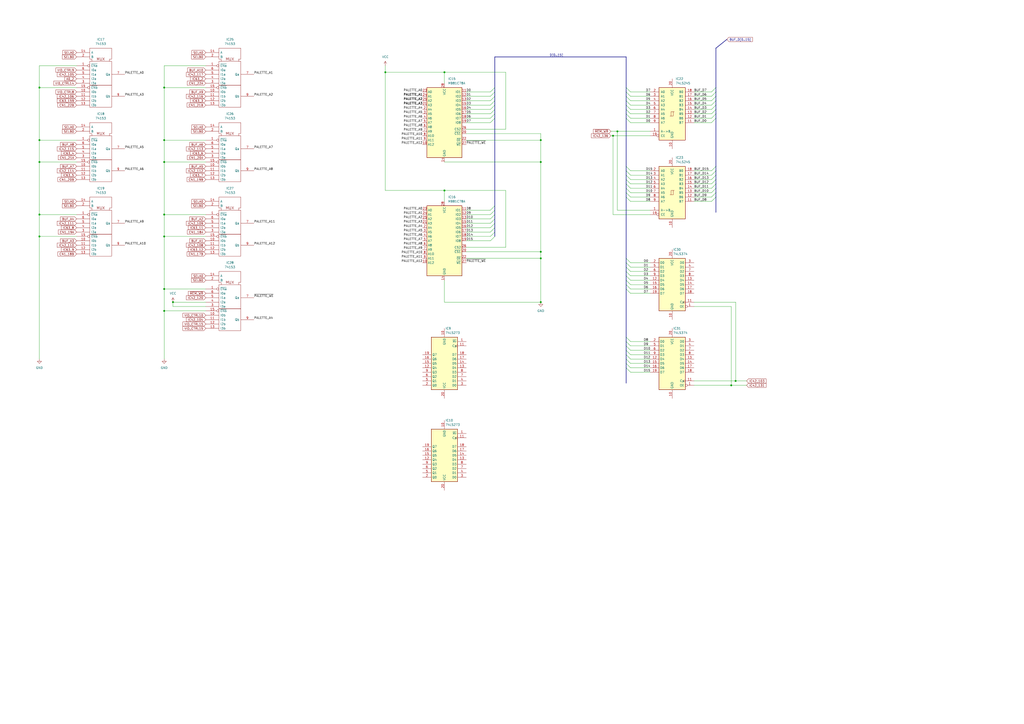
<source format=kicad_sch>
(kicad_sch (version 20211123) (generator eeschema)
  (paper "A2")
  (lib_symbols
    (symbol "74xx:74LS245" (pin_names (offset 1.016))
      (property "Reference" "U" (at -7.62 16.51 0))
      (property "Value" "74LS245" (at -7.62 -16.51 0))
      (symbol "74LS245_1_0"
        (polyline (pts (xy -0.635 -1.27) (xy -0.635 1.27) (xy 0.635 1.27)))
        (polyline (pts (xy -1.27 -1.27) (xy 0.635 -1.27) (xy 0.635 1.27) (xy 1.27 1.27)))
        (pin input line (at -12.7 -10.16 0) (length 5.08) (name "A->B") (number "1"))
        (pin power_in line (at 0 -20.32 90) (length 5.08) (name "GND") (number "10"))
        (pin tri_state line (at 12.7 -5.08 180) (length 5.08) (name "B7") (number "11"))
        (pin tri_state line (at 12.7 -2.54 180) (length 5.08) (name "B6") (number "12"))
        (pin tri_state line (at 12.7 0 180) (length 5.08) (name "B5") (number "13"))
        (pin tri_state line (at 12.7 2.54 180) (length 5.08) (name "B4") (number "14"))
        (pin tri_state line (at 12.7 5.08 180) (length 5.08) (name "B3") (number "15"))
        (pin tri_state line (at 12.7 7.62 180) (length 5.08) (name "B2") (number "16"))
        (pin tri_state line (at 12.7 10.16 180) (length 5.08) (name "B1") (number "17"))
        (pin tri_state line (at 12.7 12.7 180) (length 5.08) (name "B0") (number "18"))
        (pin input inverted (at -12.7 -12.7 0) (length 5.08) (name "CE") (number "19"))
        (pin tri_state line (at -12.7 12.7 0) (length 5.08) (name "A0") (number "2"))
        (pin power_in line (at 0 20.32 270) (length 5.08) (name "VCC") (number "20"))
        (pin tri_state line (at -12.7 10.16 0) (length 5.08) (name "A1") (number "3"))
        (pin tri_state line (at -12.7 7.62 0) (length 5.08) (name "A2") (number "4"))
        (pin tri_state line (at -12.7 5.08 0) (length 5.08) (name "A3") (number "5"))
        (pin tri_state line (at -12.7 2.54 0) (length 5.08) (name "A4") (number "6"))
        (pin tri_state line (at -12.7 0 0) (length 5.08) (name "A5") (number "7"))
        (pin tri_state line (at -12.7 -2.54 0) (length 5.08) (name "A6") (number "8"))
        (pin tri_state line (at -12.7 -5.08 0) (length 5.08) (name "A7") (number "9"))
      )
      (symbol "74LS245_1_1"
        (rectangle (start -7.62 15.24) (end 7.62 -15.24) (stroke (width 0.254)) (fill (type background)))
      )
    )
    (symbol "74xx:74LS273"
      (property "Reference" "U" (at -7.62 16.51 0))
      (property "Value" "74LS273" (at -7.62 -16.51 0))
      (symbol "74LS273_1_0"
        (pin input line (at -12.7 -12.7 0) (length 5.08) (name "~{Mr}") (number "1"))
        (pin power_in line (at 0 -20.32 90) (length 5.08) (name "GND") (number "10"))
        (pin input clock (at -12.7 -10.16 0) (length 5.08) (name "Cp") (number "11"))
        (pin output line (at 12.7 2.54 180) (length 5.08) (name "Q4") (number "12"))
        (pin input line (at -12.7 2.54 0) (length 5.08) (name "D4") (number "13"))
        (pin input line (at -12.7 0 0) (length 5.08) (name "D5") (number "14"))
        (pin output line (at 12.7 0 180) (length 5.08) (name "Q5") (number "15"))
        (pin output line (at 12.7 -2.54 180) (length 5.08) (name "Q6") (number "16"))
        (pin input line (at -12.7 -2.54 0) (length 5.08) (name "D6") (number "17"))
        (pin input line (at -12.7 -5.08 0) (length 5.08) (name "D7") (number "18"))
        (pin output line (at 12.7 -5.08 180) (length 5.08) (name "Q7") (number "19"))
        (pin output line (at 12.7 12.7 180) (length 5.08) (name "Q0") (number "2"))
        (pin power_in line (at 0 20.32 270) (length 5.08) (name "VCC") (number "20"))
        (pin input line (at -12.7 12.7 0) (length 5.08) (name "D0") (number "3"))
        (pin input line (at -12.7 10.16 0) (length 5.08) (name "D1") (number "4"))
        (pin output line (at 12.7 10.16 180) (length 5.08) (name "Q1") (number "5"))
        (pin output line (at 12.7 7.62 180) (length 5.08) (name "Q2") (number "6"))
        (pin input line (at -12.7 7.62 0) (length 5.08) (name "D2") (number "7"))
        (pin input line (at -12.7 5.08 0) (length 5.08) (name "D3") (number "8"))
        (pin output line (at 12.7 5.08 180) (length 5.08) (name "Q3") (number "9"))
      )
      (symbol "74LS273_1_1"
        (rectangle (start -7.62 15.24) (end 7.62 -15.24) (stroke (width 0.254)) (fill (type background)))
      )
    )
    (symbol "74xx:74LS374"
      (property "Reference" "U" (at -7.62 16.51 0))
      (property "Value" "74LS374" (at -7.62 -16.51 0))
      (symbol "74LS374_1_0"
        (pin input inverted (at -12.7 -12.7 0) (length 5.08) (name "OE") (number "1"))
        (pin power_in line (at 0 -20.32 90) (length 5.08) (name "GND") (number "10"))
        (pin input clock (at -12.7 -10.16 0) (length 5.08) (name "Cp") (number "11"))
        (pin tri_state line (at 12.7 2.54 180) (length 5.08) (name "O4") (number "12"))
        (pin input line (at -12.7 2.54 0) (length 5.08) (name "D4") (number "13"))
        (pin input line (at -12.7 0 0) (length 5.08) (name "D5") (number "14"))
        (pin tri_state line (at 12.7 0 180) (length 5.08) (name "O5") (number "15"))
        (pin tri_state line (at 12.7 -2.54 180) (length 5.08) (name "O6") (number "16"))
        (pin input line (at -12.7 -2.54 0) (length 5.08) (name "D6") (number "17"))
        (pin input line (at -12.7 -5.08 0) (length 5.08) (name "D7") (number "18"))
        (pin tri_state line (at 12.7 -5.08 180) (length 5.08) (name "O7") (number "19"))
        (pin tri_state line (at 12.7 12.7 180) (length 5.08) (name "O0") (number "2"))
        (pin power_in line (at 0 20.32 270) (length 5.08) (name "VCC") (number "20"))
        (pin input line (at -12.7 12.7 0) (length 5.08) (name "D0") (number "3"))
        (pin input line (at -12.7 10.16 0) (length 5.08) (name "D1") (number "4"))
        (pin tri_state line (at 12.7 10.16 180) (length 5.08) (name "O1") (number "5"))
        (pin tri_state line (at 12.7 7.62 180) (length 5.08) (name "O2") (number "6"))
        (pin input line (at -12.7 7.62 0) (length 5.08) (name "D2") (number "7"))
        (pin input line (at -12.7 5.08 0) (length 5.08) (name "D3") (number "8"))
        (pin tri_state line (at 12.7 5.08 180) (length 5.08) (name "O3") (number "9"))
      )
      (symbol "74LS374_1_1"
        (rectangle (start -7.62 15.24) (end 7.62 -15.24) (stroke (width 0.254)) (fill (type background)))
      )
    )
    (symbol "74xx_IEEE:74153" (pin_names (offset 0.762))
      (property "Reference" "U" (at 7.62 20.32 0))
      (property "Value" "74153" (at 3.81 -16.51 0))
      (symbol "74153_0_0"
        (rectangle (start -6.35 -2.54) (end 6.35 -15.24))
        (rectangle (start -6.35 11.43) (end 6.35 -2.54))
        (polyline (pts (xy -5.08 11.43) (xy -5.08 12.7) (xy -6.35 12.7) (xy -6.35 19.05) (xy 6.35 19.05) (xy 6.35 12.7) (xy 5.08 12.7) (xy 5.08 11.43) (xy 5.08 11.43)))
        (text "MUX" (at 0 12.7 0) (effects (font (size 1.524 1.524))))
        (pin power_in line (at 5.08 19.05 270) (length 0) hide (name "VCC") (number "16"))
        (pin power_in line (at 0 19.05 270) (length 0) hide (name "GND") (number "8"))
      )
      (symbol "74153_1_1"
        (pin input inverted (at -13.97 8.89 0) (length 7.62) (name "~{ENa}") (number "1"))
        (pin input line (at -13.97 -6.35 0) (length 7.62) (name "I0b") (number "10"))
        (pin input line (at -13.97 -8.89 0) (length 7.62) (name "I1b") (number "11"))
        (pin input line (at -13.97 -11.43 0) (length 7.62) (name "I2b") (number "12"))
        (pin input line (at -13.97 -13.97 0) (length 7.62) (name "I3b") (number "13"))
        (pin input line (at -13.97 16.51 0) (length 7.62) (name "A") (number "14"))
        (pin input inverted (at -13.97 -3.81 0) (length 7.62) (name "~{ENb}") (number "15"))
        (pin input line (at -13.97 13.97 0) (length 7.62) (name "B") (number "2"))
        (pin input line (at -13.97 -1.27 0) (length 7.62) (name "I3a") (number "3"))
        (pin input line (at -13.97 1.27 0) (length 7.62) (name "I2a") (number "4"))
        (pin input line (at -13.97 3.81 0) (length 7.62) (name "I1a") (number "5"))
        (pin input line (at -13.97 6.35 0) (length 7.62) (name "I0a") (number "6"))
        (pin output line (at 13.97 3.81 180) (length 7.62) (name "Qa") (number "7"))
        (pin output line (at 13.97 -8.89 180) (length 7.62) (name "Qb") (number "9"))
      )
    )
    (symbol "Irem:MB81C78A"
      (property "Reference" "U" (at -10.16 20.955 0))
      (property "Value" "MB81C78A" (at 8.89 21.59 0))
      (symbol "MB81C78A_0_0"
        (pin power_in line (at 0 -22.86 90) (length 2.54) (name "GND") (number "14"))
        (pin power_in line (at 0 22.86 270) (length 2.54) (name "VCC") (number "28"))
      )
      (symbol "MB81C78A_0_1"
        (rectangle (start -10.16 20.32) (end 10.16 -20.32) (stroke (width 0.254)) (fill (type background)))
      )
      (symbol "MB81C78A_1_1"
        (pin no_connect line (at -12.7 -17.78 0) (length 2.54) hide (name "NC") (number "1"))
        (pin input line (at -12.7 -12.7 0) (length 2.54) (name "A12") (number "10"))
        (pin tri_state line (at 12.7 17.78 180) (length 2.54) (name "IO1") (number "11"))
        (pin tri_state line (at 12.7 15.24 180) (length 2.54) (name "IO2") (number "12"))
        (pin tri_state line (at 12.7 12.7 180) (length 2.54) (name "IO3") (number "13"))
        (pin tri_state line (at 12.7 10.16 180) (length 2.54) (name "IO4") (number "15"))
        (pin tri_state line (at 12.7 7.62 180) (length 2.54) (name "IO5") (number "16"))
        (pin tri_state line (at 12.7 5.08 180) (length 2.54) (name "IO6") (number "17"))
        (pin tri_state line (at 12.7 2.54 180) (length 2.54) (name "IO7") (number "18"))
        (pin tri_state line (at 12.7 0 180) (length 2.54) (name "IO8") (number "19"))
        (pin input line (at -12.7 7.62 0) (length 2.54) (name "A4") (number "2"))
        (pin input line (at 12.7 -6.35 180) (length 2.54) (name "~{CS1}") (number "20"))
        (pin input line (at -12.7 10.16 0) (length 2.54) (name "A3") (number "21"))
        (pin input line (at 12.7 -10.16 180) (length 2.54) (name "~{OE}") (number "22"))
        (pin input line (at -12.7 17.78 0) (length 2.54) (name "A0") (number "23"))
        (pin input line (at -12.7 15.24 0) (length 2.54) (name "A1") (number "24"))
        (pin input line (at -12.7 12.7 0) (length 2.54) (name "A2") (number "25"))
        (pin input line (at 12.7 -3.81 180) (length 2.54) (name "CS2") (number "26"))
        (pin input line (at 12.7 -12.7 180) (length 2.54) (name "~{WE}") (number "27"))
        (pin input line (at -12.7 5.08 0) (length 2.54) (name "A5") (number "3"))
        (pin input line (at -12.7 2.54 0) (length 2.54) (name "A6") (number "4"))
        (pin input line (at -12.7 0 0) (length 2.54) (name "A7") (number "5"))
        (pin input line (at -12.7 -2.54 0) (length 2.54) (name "A8") (number "6"))
        (pin input line (at -12.7 -5.08 0) (length 2.54) (name "A9") (number "7"))
        (pin input line (at -12.7 -7.62 0) (length 2.54) (name "A10") (number "8"))
        (pin input line (at -12.7 -10.16 0) (length 2.54) (name "A11") (number "9"))
      )
    )
    (symbol "power:GND" (power) (pin_names (offset 0))
      (property "Value" "GND" (at 0 -3.81 0))
      (symbol "GND_0_1"
        (polyline (pts (xy 0 0) (xy 0 -1.27) (xy 1.27 -1.27) (xy 0 -2.54) (xy -1.27 -1.27) (xy 0 -1.27)))
      )
      (symbol "GND_1_1"
        (pin power_in line (at 0 0 270) (length 0) hide (name "GND") (number "1"))
      )
    )
    (symbol "power:VCC" (power) (pin_names (offset 0))
      (property "Value" "VCC" (at 0 3.81 0))
      (symbol "VCC_0_1"
        (polyline (pts (xy -0.762 1.27) (xy 0 2.54)))
        (polyline (pts (xy 0 0) (xy 0 2.54)))
        (polyline (pts (xy 0 2.54) (xy 0.762 1.27)))
      )
      (symbol "VCC_1_1"
        (pin power_in line (at 0 0 90) (length 0) hide (name "VCC") (number "1"))
      )
    )
  )
  (junction (at 95.25 167.64))
  (junction (at 95.25 137.16))
  (junction (at 95.25 81.28))
  (junction (at 223.52 41.91))
  (junction (at 95.25 124.46))
  (junction (at 313.69 149.86))
  (junction (at 257.81 41.91))
  (junction (at 95.25 50.8))
  (junction (at 22.86 81.28))
  (junction (at 355.6 78.74))
  (junction (at 95.25 180.34))
  (junction (at 313.69 175.26))
  (junction (at 22.86 50.8))
  (junction (at 100.33 175.26))
  (junction (at 257.81 110.49))
  (junction (at 426.72 220.98))
  (junction (at 313.69 146.05))
  (junction (at 313.69 81.28))
  (junction (at 22.86 137.16))
  (junction (at 22.86 124.46))
  (junction (at 22.86 93.98))
  (junction (at 358.14 76.2))
  (junction (at 95.25 93.98))
  (junction (at 313.69 93.98))
  (junction (at 424.18 223.52))
  (bus_entry (at 415.29 111.76) (size -2.54 2.54))
  (bus_entry (at 287.02 68.58) (size -2.54 2.54))
  (bus_entry (at 363.22 99.06) (size 2.54 2.54))
  (bus_entry (at 363.22 53.34) (size 2.54 2.54))
  (bus_entry (at 415.29 55.88) (size -2.54 2.54))
  (bus_entry (at 363.22 55.88) (size 2.54 2.54))
  (bus_entry (at 363.22 154.94) (size 2.54 2.54))
  (bus_entry (at 363.22 162.56) (size 2.54 2.54))
  (bus_entry (at 363.22 203.2) (size 2.54 2.54))
  (bus_entry (at 363.22 210.82) (size 2.54 2.54))
  (bus_entry (at 287.02 55.88) (size -2.54 2.54))
  (bus_entry (at 363.22 160.02) (size 2.54 2.54))
  (bus_entry (at 363.22 198.12) (size 2.54 2.54))
  (bus_entry (at 415.29 99.06) (size -2.54 2.54))
  (bus_entry (at 363.22 149.86) (size 2.54 2.54))
  (bus_entry (at 287.02 66.04) (size -2.54 2.54))
  (bus_entry (at 415.29 104.14) (size -2.54 2.54))
  (bus_entry (at 363.22 200.66) (size 2.54 2.54))
  (bus_entry (at 415.29 60.96) (size -2.54 2.54))
  (bus_entry (at 363.22 165.1) (size 2.54 2.54))
  (bus_entry (at 287.02 124.46) (size -2.54 2.54))
  (bus_entry (at 287.02 50.8) (size -2.54 2.54))
  (bus_entry (at 287.02 63.5) (size -2.54 2.54))
  (bus_entry (at 363.22 152.4) (size 2.54 2.54))
  (bus_entry (at 415.29 106.68) (size -2.54 2.54))
  (bus_entry (at 287.02 127) (size -2.54 2.54))
  (bus_entry (at 363.22 157.48) (size 2.54 2.54))
  (bus_entry (at 415.29 53.34) (size -2.54 2.54))
  (bus_entry (at 363.22 104.14) (size 2.54 2.54))
  (bus_entry (at 287.02 132.08) (size -2.54 2.54))
  (bus_entry (at 415.29 101.6) (size -2.54 2.54))
  (bus_entry (at 363.22 58.42) (size 2.54 2.54))
  (bus_entry (at 415.29 66.04) (size -2.54 2.54))
  (bus_entry (at 287.02 121.92) (size -2.54 2.54))
  (bus_entry (at 363.22 60.96) (size 2.54 2.54))
  (bus_entry (at 415.29 109.22) (size -2.54 2.54))
  (bus_entry (at 363.22 109.22) (size 2.54 2.54))
  (bus_entry (at 287.02 129.54) (size -2.54 2.54))
  (bus_entry (at 287.02 60.96) (size -2.54 2.54))
  (bus_entry (at 363.22 114.3) (size 2.54 2.54))
  (bus_entry (at 415.29 50.8) (size -2.54 2.54))
  (bus_entry (at 363.22 106.68) (size 2.54 2.54))
  (bus_entry (at 415.29 58.42) (size -2.54 2.54))
  (bus_entry (at 415.29 96.52) (size -2.54 2.54))
  (bus_entry (at 287.02 58.42) (size -2.54 2.54))
  (bus_entry (at 415.29 68.58) (size -2.54 2.54))
  (bus_entry (at 363.22 66.04) (size 2.54 2.54))
  (bus_entry (at 287.02 119.38) (size -2.54 2.54))
  (bus_entry (at 363.22 68.58) (size 2.54 2.54))
  (bus_entry (at 363.22 96.52) (size 2.54 2.54))
  (bus_entry (at 363.22 208.28) (size 2.54 2.54))
  (bus_entry (at 363.22 167.64) (size 2.54 2.54))
  (bus_entry (at 363.22 101.6) (size 2.54 2.54))
  (bus_entry (at 363.22 50.8) (size 2.54 2.54))
  (bus_entry (at 363.22 205.74) (size 2.54 2.54))
  (bus_entry (at 363.22 111.76) (size 2.54 2.54))
  (bus_entry (at 415.29 63.5) (size -2.54 2.54))
  (bus_entry (at 287.02 137.16) (size -2.54 2.54))
  (bus_entry (at 363.22 195.58) (size 2.54 2.54))
  (bus_entry (at 363.22 63.5) (size 2.54 2.54))
  (bus_entry (at 363.22 213.36) (size 2.54 2.54))
  (bus_entry (at 415.29 114.3) (size -2.54 2.54))
  (bus_entry (at 287.02 53.34) (size -2.54 2.54))
  (bus_entry (at 287.02 134.62) (size -2.54 2.54))
  (bus (pts (xy 287.02 124.46) (xy 287.02 121.92)))
  (bus (pts (xy 421.64 22.86) (xy 415.29 27.94)))
  (wire (pts (xy 412.75 66.04) (xy 402.59 66.04)))
  (wire (pts (xy 355.6 124.46) (xy 355.6 78.74)))
  (wire (pts (xy 412.75 104.14) (xy 402.59 104.14)))
  (wire (pts (xy 412.75 114.3) (xy 402.59 114.3)))
  (bus (pts (xy 415.29 53.34) (xy 415.29 55.88)))
  (wire (pts (xy 354.33 76.2) (xy 358.14 76.2)))
  (wire (pts (xy 313.69 77.47) (xy 313.69 81.28)))
  (wire (pts (xy 284.48 66.04) (xy 270.51 66.04)))
  (wire (pts (xy 365.76 116.84) (xy 377.19 116.84)))
  (wire (pts (xy 365.76 210.82) (xy 377.19 210.82)))
  (bus (pts (xy 287.02 33.02) (xy 363.22 33.02)))
  (wire (pts (xy 365.76 154.94) (xy 377.19 154.94)))
  (wire (pts (xy 270.51 149.86) (xy 313.69 149.86)))
  (wire (pts (xy 313.69 149.86) (xy 313.69 175.26)))
  (wire (pts (xy 270.51 81.28) (xy 313.69 81.28)))
  (bus (pts (xy 363.22 101.6) (xy 363.22 104.14)))
  (wire (pts (xy 365.76 101.6) (xy 377.19 101.6)))
  (wire (pts (xy 358.14 121.92) (xy 358.14 76.2)))
  (bus (pts (xy 415.29 96.52) (xy 415.29 99.06)))
  (wire (pts (xy 377.19 124.46) (xy 355.6 124.46)))
  (wire (pts (xy 284.48 53.34) (xy 270.51 53.34)))
  (bus (pts (xy 287.02 137.16) (xy 287.02 134.62)))
  (bus (pts (xy 363.22 99.06) (xy 363.22 101.6)))
  (wire (pts (xy 119.38 167.64) (xy 95.25 167.64)))
  (wire (pts (xy 284.48 134.62) (xy 270.51 134.62)))
  (bus (pts (xy 287.02 60.96) (xy 287.02 58.42)))
  (wire (pts (xy 412.75 68.58) (xy 402.59 68.58)))
  (wire (pts (xy 402.59 177.8) (xy 424.18 177.8)))
  (wire (pts (xy 426.72 175.26) (xy 426.72 220.98)))
  (wire (pts (xy 284.48 68.58) (xy 270.51 68.58)))
  (bus (pts (xy 287.02 55.88) (xy 287.02 53.34)))
  (wire (pts (xy 44.45 81.28) (xy 22.86 81.28)))
  (wire (pts (xy 313.69 93.98) (xy 313.69 146.05)))
  (wire (pts (xy 293.37 41.91) (xy 257.81 41.91)))
  (wire (pts (xy 365.76 152.4) (xy 377.19 152.4)))
  (bus (pts (xy 415.29 68.58) (xy 415.29 96.52)))
  (wire (pts (xy 365.76 53.34) (xy 377.19 53.34)))
  (bus (pts (xy 363.22 53.34) (xy 363.22 55.88)))
  (bus (pts (xy 415.29 101.6) (xy 415.29 104.14)))
  (wire (pts (xy 365.76 157.48) (xy 377.19 157.48)))
  (bus (pts (xy 363.22 58.42) (xy 363.22 60.96)))
  (bus (pts (xy 415.29 58.42) (xy 415.29 60.96)))
  (wire (pts (xy 412.75 101.6) (xy 402.59 101.6)))
  (bus (pts (xy 363.22 162.56) (xy 363.22 165.1)))
  (wire (pts (xy 22.86 208.28) (xy 22.86 137.16)))
  (bus (pts (xy 363.22 66.04) (xy 363.22 68.58)))
  (wire (pts (xy 95.25 93.98) (xy 95.25 81.28)))
  (wire (pts (xy 270.51 74.93) (xy 293.37 74.93)))
  (wire (pts (xy 95.25 208.28) (xy 95.25 180.34)))
  (wire (pts (xy 365.76 200.66) (xy 377.19 200.66)))
  (bus (pts (xy 363.22 96.52) (xy 363.22 99.06)))
  (wire (pts (xy 426.72 220.98) (xy 402.59 220.98)))
  (bus (pts (xy 363.22 213.36) (xy 363.22 222.25)))
  (bus (pts (xy 363.22 60.96) (xy 363.22 63.5)))
  (bus (pts (xy 415.29 60.96) (xy 415.29 63.5)))
  (wire (pts (xy 365.76 63.5) (xy 377.19 63.5)))
  (bus (pts (xy 287.02 132.08) (xy 287.02 129.54)))
  (bus (pts (xy 415.29 50.8) (xy 415.29 53.34)))
  (wire (pts (xy 119.38 81.28) (xy 95.25 81.28)))
  (wire (pts (xy 365.76 162.56) (xy 377.19 162.56)))
  (bus (pts (xy 363.22 198.12) (xy 363.22 200.66)))
  (bus (pts (xy 363.22 208.28) (xy 363.22 210.82)))
  (wire (pts (xy 355.6 78.74) (xy 377.19 78.74)))
  (wire (pts (xy 365.76 68.58) (xy 377.19 68.58)))
  (wire (pts (xy 223.52 41.91) (xy 223.52 110.49)))
  (wire (pts (xy 412.75 109.22) (xy 402.59 109.22)))
  (bus (pts (xy 363.22 205.74) (xy 363.22 208.28)))
  (wire (pts (xy 44.45 124.46) (xy 22.86 124.46)))
  (wire (pts (xy 119.38 180.34) (xy 95.25 180.34)))
  (bus (pts (xy 363.22 111.76) (xy 363.22 114.3)))
  (bus (pts (xy 415.29 114.3) (xy 415.29 123.19)))
  (wire (pts (xy 223.52 38.1) (xy 223.52 41.91)))
  (wire (pts (xy 293.37 110.49) (xy 257.81 110.49)))
  (wire (pts (xy 424.18 223.52) (xy 433.07 223.52)))
  (bus (pts (xy 415.29 111.76) (xy 415.29 114.3)))
  (bus (pts (xy 363.22 149.86) (xy 363.22 152.4)))
  (bus (pts (xy 363.22 154.94) (xy 363.22 157.48)))
  (bus (pts (xy 415.29 99.06) (xy 415.29 101.6)))
  (wire (pts (xy 257.81 162.56) (xy 257.81 175.26)))
  (wire (pts (xy 412.75 60.96) (xy 402.59 60.96)))
  (wire (pts (xy 22.86 93.98) (xy 22.86 81.28)))
  (bus (pts (xy 363.22 200.66) (xy 363.22 203.2)))
  (wire (pts (xy 44.45 50.8) (xy 22.86 50.8)))
  (wire (pts (xy 365.76 99.06) (xy 377.19 99.06)))
  (wire (pts (xy 424.18 177.8) (xy 424.18 223.52)))
  (wire (pts (xy 257.81 175.26) (xy 313.69 175.26)))
  (wire (pts (xy 412.75 53.34) (xy 402.59 53.34)))
  (wire (pts (xy 365.76 106.68) (xy 377.19 106.68)))
  (wire (pts (xy 402.59 175.26) (xy 426.72 175.26)))
  (wire (pts (xy 365.76 58.42) (xy 377.19 58.42)))
  (wire (pts (xy 284.48 71.12) (xy 270.51 71.12)))
  (bus (pts (xy 363.22 63.5) (xy 363.22 66.04)))
  (wire (pts (xy 365.76 167.64) (xy 377.19 167.64)))
  (wire (pts (xy 313.69 81.28) (xy 313.69 93.98)))
  (wire (pts (xy 95.25 50.8) (xy 95.25 38.1)))
  (wire (pts (xy 270.51 143.51) (xy 293.37 143.51)))
  (bus (pts (xy 287.02 68.58) (xy 287.02 66.04)))
  (wire (pts (xy 412.75 99.06) (xy 402.59 99.06)))
  (wire (pts (xy 257.81 93.98) (xy 313.69 93.98)))
  (wire (pts (xy 365.76 203.2) (xy 377.19 203.2)))
  (wire (pts (xy 284.48 132.08) (xy 270.51 132.08)))
  (wire (pts (xy 257.81 48.26) (xy 257.81 41.91)))
  (bus (pts (xy 363.22 109.22) (xy 363.22 111.76)))
  (wire (pts (xy 284.48 139.7) (xy 270.51 139.7)))
  (bus (pts (xy 415.29 104.14) (xy 415.29 106.68)))
  (wire (pts (xy 22.86 124.46) (xy 22.86 93.98)))
  (wire (pts (xy 284.48 121.92) (xy 270.51 121.92)))
  (wire (pts (xy 365.76 104.14) (xy 377.19 104.14)))
  (wire (pts (xy 44.45 93.98) (xy 22.86 93.98)))
  (bus (pts (xy 415.29 55.88) (xy 415.29 58.42)))
  (wire (pts (xy 365.76 160.02) (xy 377.19 160.02)))
  (wire (pts (xy 95.25 124.46) (xy 95.25 93.98)))
  (wire (pts (xy 270.51 146.05) (xy 313.69 146.05)))
  (bus (pts (xy 363.22 114.3) (xy 363.22 149.86)))
  (wire (pts (xy 22.86 50.8) (xy 22.86 38.1)))
  (bus (pts (xy 363.22 55.88) (xy 363.22 58.42)))
  (wire (pts (xy 365.76 213.36) (xy 377.19 213.36)))
  (wire (pts (xy 365.76 60.96) (xy 377.19 60.96)))
  (bus (pts (xy 287.02 63.5) (xy 287.02 60.96)))
  (wire (pts (xy 257.81 41.91) (xy 223.52 41.91)))
  (bus (pts (xy 287.02 121.92) (xy 287.02 119.38)))
  (wire (pts (xy 95.25 137.16) (xy 95.25 124.46)))
  (wire (pts (xy 284.48 60.96) (xy 270.51 60.96)))
  (wire (pts (xy 365.76 114.3) (xy 377.19 114.3)))
  (wire (pts (xy 284.48 63.5) (xy 270.51 63.5)))
  (wire (pts (xy 412.75 106.68) (xy 402.59 106.68)))
  (bus (pts (xy 287.02 127) (xy 287.02 124.46)))
  (wire (pts (xy 365.76 66.04) (xy 377.19 66.04)))
  (bus (pts (xy 415.29 109.22) (xy 415.29 111.76)))
  (wire (pts (xy 119.38 93.98) (xy 95.25 93.98)))
  (wire (pts (xy 119.38 137.16) (xy 95.25 137.16)))
  (bus (pts (xy 363.22 160.02) (xy 363.22 162.56)))
  (wire (pts (xy 293.37 74.93) (xy 293.37 41.91)))
  (wire (pts (xy 284.48 137.16) (xy 270.51 137.16)))
  (wire (pts (xy 354.33 78.74) (xy 355.6 78.74)))
  (bus (pts (xy 363.22 106.68) (xy 363.22 109.22)))
  (bus (pts (xy 363.22 195.58) (xy 363.22 198.12)))
  (wire (pts (xy 365.76 170.18) (xy 377.19 170.18)))
  (wire (pts (xy 119.38 124.46) (xy 95.25 124.46)))
  (wire (pts (xy 365.76 109.22) (xy 377.19 109.22)))
  (wire (pts (xy 412.75 71.12) (xy 402.59 71.12)))
  (bus (pts (xy 363.22 33.02) (xy 363.22 50.8)))
  (bus (pts (xy 287.02 53.34) (xy 287.02 50.8)))
  (wire (pts (xy 257.81 116.84) (xy 257.81 110.49)))
  (wire (pts (xy 412.75 63.5) (xy 402.59 63.5)))
  (wire (pts (xy 100.33 175.26) (xy 119.38 175.26)))
  (bus (pts (xy 287.02 119.38) (xy 287.02 68.58)))
  (bus (pts (xy 363.22 210.82) (xy 363.22 213.36)))
  (wire (pts (xy 270.51 77.47) (xy 313.69 77.47)))
  (bus (pts (xy 363.22 165.1) (xy 363.22 167.64)))
  (bus (pts (xy 287.02 58.42) (xy 287.02 55.88)))
  (wire (pts (xy 412.75 58.42) (xy 402.59 58.42)))
  (wire (pts (xy 284.48 124.46) (xy 270.51 124.46)))
  (wire (pts (xy 22.86 81.28) (xy 22.86 50.8)))
  (wire (pts (xy 22.86 38.1) (xy 44.45 38.1)))
  (bus (pts (xy 363.22 167.64) (xy 363.22 195.58)))
  (wire (pts (xy 284.48 127) (xy 270.51 127)))
  (bus (pts (xy 415.29 66.04) (xy 415.29 68.58)))
  (wire (pts (xy 22.86 137.16) (xy 22.86 124.46)))
  (wire (pts (xy 412.75 116.84) (xy 402.59 116.84)))
  (wire (pts (xy 95.25 180.34) (xy 95.25 167.64)))
  (wire (pts (xy 313.69 146.05) (xy 313.69 149.86)))
  (bus (pts (xy 415.29 27.94) (xy 415.29 50.8)))
  (wire (pts (xy 95.25 38.1) (xy 119.38 38.1)))
  (wire (pts (xy 95.25 81.28) (xy 95.25 50.8)))
  (wire (pts (xy 365.76 205.74) (xy 377.19 205.74)))
  (wire (pts (xy 44.45 137.16) (xy 22.86 137.16)))
  (bus (pts (xy 363.22 203.2) (xy 363.22 205.74)))
  (wire (pts (xy 119.38 50.8) (xy 95.25 50.8)))
  (bus (pts (xy 363.22 68.58) (xy 363.22 96.52)))
  (wire (pts (xy 95.25 167.64) (xy 95.25 137.16)))
  (wire (pts (xy 365.76 165.1) (xy 377.19 165.1)))
  (wire (pts (xy 412.75 111.76) (xy 402.59 111.76)))
  (wire (pts (xy 284.48 55.88) (xy 270.51 55.88)))
  (wire (pts (xy 358.14 76.2) (xy 377.19 76.2)))
  (wire (pts (xy 412.75 55.88) (xy 402.59 55.88)))
  (wire (pts (xy 377.19 121.92) (xy 358.14 121.92)))
  (bus (pts (xy 287.02 129.54) (xy 287.02 127)))
  (bus (pts (xy 363.22 157.48) (xy 363.22 160.02)))
  (wire (pts (xy 365.76 198.12) (xy 377.19 198.12)))
  (bus (pts (xy 363.22 50.8) (xy 363.22 53.34)))
  (bus (pts (xy 363.22 104.14) (xy 363.22 106.68)))
  (wire (pts (xy 433.07 220.98) (xy 426.72 220.98)))
  (wire (pts (xy 257.81 110.49) (xy 223.52 110.49)))
  (bus (pts (xy 287.02 66.04) (xy 287.02 63.5)))
  (wire (pts (xy 365.76 71.12) (xy 377.19 71.12)))
  (wire (pts (xy 284.48 58.42) (xy 270.51 58.42)))
  (wire (pts (xy 365.76 55.88) (xy 377.19 55.88)))
  (bus (pts (xy 363.22 152.4) (xy 363.22 154.94)))
  (wire (pts (xy 365.76 208.28) (xy 377.19 208.28)))
  (bus (pts (xy 287.02 134.62) (xy 287.02 132.08)))
  (wire (pts (xy 100.33 177.8) (xy 100.33 175.26)))
  (wire (pts (xy 365.76 215.9) (xy 377.19 215.9)))
  (wire (pts (xy 293.37 143.51) (xy 293.37 110.49)))
  (bus (pts (xy 287.02 50.8) (xy 287.02 33.02)))
  (wire (pts (xy 284.48 129.54) (xy 270.51 129.54)))
  (wire (pts (xy 119.38 177.8) (xy 100.33 177.8)))
  (bus (pts (xy 415.29 63.5) (xy 415.29 66.04)))
  (wire (pts (xy 365.76 111.76) (xy 377.19 111.76)))
  (wire (pts (xy 402.59 223.52) (xy 424.18 223.52)))
  (bus (pts (xy 415.29 106.68) (xy 415.29 109.22)))
  (label "D6" (at 374.65 55.88 0))
  (label "D3" (at 374.65 63.5 0))
  (label "PALETTE_A3" (at 245.11 60.96 180))
  (label "PALETTE_A10" (at 245.11 147.32 180))
  (label "BUF_D2" (at 402.59 66.04 0))
  (label "D8" (at 373.38 198.12 0))
  (label "D15" (at 373.38 215.9 0))
  (label "D1" (at 270.51 55.88 0))
  (label "BUF_D8" (at 402.59 116.84 0))
  (label "D7" (at 374.65 53.34 0))
  (label "D2" (at 270.51 58.42 0))
  (label "D10" (at 373.38 203.2 0))
  (label "PALETTE_A4" (at 245.11 132.08 180))
  (label "PALETTE_A9" (at 245.11 144.78 180))
  (label "PALETTE_A2" (at 245.11 58.42 180))
  (label "BUF_D13" (at 402.59 104.14 0))
  (label "PALETTE_A8" (at 147.32 99.06 0))
  (label "PALETTE_A0" (at 245.11 121.92 180))
  (label "D9" (at 270.51 124.46 0))
  (label "BUF_D11" (at 402.59 109.22 0))
  (label "BUF_D9" (at 402.59 114.3 0))
  (label "PALETTE_A12" (at 147.32 142.24 0))
  (label "D4" (at 373.38 162.56 0))
  (label "BUF_D0" (at 402.59 71.12 0))
  (label "BUF_D1" (at 402.59 68.58 0))
  (label "D14" (at 270.51 137.16 0))
  (label "BUF_D12" (at 402.59 106.68 0))
  (label "PALETTE_A6" (at 245.11 137.16 180))
  (label "D6" (at 270.51 68.58 0))
  (label "D11" (at 270.51 129.54 0))
  (label "~{PALETTE_WE}" (at 270.51 83.82 0))
  (label "D13" (at 270.51 134.62 0))
  (label "PALETTE_A2" (at 147.32 55.88 0))
  (label "BUF_D3" (at 402.59 63.5 0))
  (label "PALETTE_A1" (at 245.11 55.88 180))
  (label "D13" (at 373.38 210.82 0))
  (label "~{PALETTE_WE}" (at 270.51 152.4 0))
  (label "PALETTE_A7" (at 245.11 139.7 180))
  (label "D3" (at 373.38 160.02 0))
  (label "PALETTE_A1" (at 147.32 43.18 0))
  (label "PALETTE_A8" (at 245.11 142.24 180))
  (label "D14" (at 373.38 213.36 0))
  (label "D6" (at 373.38 167.64 0))
  (label "D12" (at 270.51 132.08 0))
  (label "D15" (at 374.65 99.06 0))
  (label "PALETTE_A2" (at 245.11 58.42 180))
  (label "D12" (at 373.38 208.28 0))
  (label "D10" (at 270.51 127 0))
  (label "PALETTE_A11" (at 245.11 149.86 180))
  (label "D4" (at 270.51 63.5 0))
  (label "PALETTE_A0" (at 245.11 53.34 180))
  (label "PALETTE_A8" (at 245.11 73.66 180))
  (label "D1" (at 374.65 68.58 0))
  (label "D15" (at 270.51 139.7 0))
  (label "D3" (at 270.51 60.96 0))
  (label "PALETTE_A5" (at 245.11 134.62 180))
  (label "PALETTE_A2" (at 245.11 127 180))
  (label "BUF_D15" (at 402.59 99.06 0))
  (label "PALETTE_A11" (at 245.11 81.28 180))
  (label "PALETTE_A10" (at 245.11 78.74 180))
  (label "PALETTE_A4" (at 245.11 63.5 180))
  (label "BUF_D4" (at 402.59 60.96 0))
  (label "PALETTE_A6" (at 245.11 68.58 180))
  (label "D14" (at 374.65 101.6 0))
  (label "PALETTE_A3" (at 72.39 55.88 0))
  (label "PALETTE_A3" (at 245.11 60.96 180))
  (label "~{PALETTE_WE}" (at 147.32 172.72 0))
  (label "BUF_D6" (at 402.59 55.88 0))
  (label "D7" (at 270.51 71.12 0))
  (label "PALETTE_A11" (at 147.32 129.54 0))
  (label "D5" (at 374.65 58.42 0))
  (label "D0" (at 374.65 71.12 0))
  (label "PALETTE_A7" (at 147.32 86.36 0))
  (label "PALETTE_A0" (at 72.39 43.18 0))
  (label "D12" (at 374.65 106.68 0))
  (label "PALETTE_A12" (at 245.11 83.82 180))
  (label "BUF_D7" (at 402.59 53.34 0))
  (label "D0" (at 373.38 152.4 0))
  (label "D9" (at 373.38 200.66 0))
  (label "D1" (at 373.38 154.94 0))
  (label "D[0..15]" (at 318.77 33.02 0))
  (label "D9" (at 374.65 114.3 0))
  (label "PALETTE_A9" (at 245.11 76.2 180))
  (label "PALETTE_A10" (at 72.39 142.24 0))
  (label "PALETTE_A6" (at 72.39 99.06 0))
  (label "D11" (at 374.65 109.22 0))
  (label "PALETTE_A12" (at 245.11 152.4 180))
  (label "BUF_D5" (at 402.59 58.42 0))
  (label "D13" (at 374.65 104.14 0))
  (label "D0" (at 270.51 53.34 0))
  (label "PALETTE_A4" (at 147.32 185.42 0))
  (label "PALETTE_A5" (at 72.39 86.36 0))
  (label "BUF_D10" (at 402.59 111.76 0))
  (label "D5" (at 373.38 165.1 0))
  (label "PALETTE_A3" (at 245.11 129.54 180))
  (label "D11" (at 373.38 205.74 0))
  (label "PALETTE_A9" (at 72.39 129.54 0))
  (label "BUF_D14" (at 402.59 101.6 0))
  (label "D2" (at 374.65 66.04 0))
  (label "PALETTE_A7" (at 245.11 71.12 180))
  (label "D8" (at 270.51 121.92 0))
  (label "PALETTE_A5" (at 245.11 66.04 180))
  (label "D7" (at 373.38 170.18 0))
  (label "D4" (at 374.65 60.96 0))
  (label "D10" (at 374.65 111.76 0))
  (label "D5" (at 270.51 66.04 0))
  (label "PALETTE_A1" (at 245.11 55.88 180))
  (label "D8" (at 374.65 116.84 0))
  (label "PALETTE_A1" (at 245.11 124.46 180))
  (label "D2" (at 373.38 157.48 0))
  (global_label "SELB0" (shape input) (at 119.38 162.56 180) (property "Intersheet References" "${INTERSHEET_REFS}" (effects hide)))
  (global_label "IC63_11" (shape input) (at 119.38 132.08 180) (property "Intersheet References" "${INTERSHEET_REFS}" (effects hide)))
  (global_label "CN1_17B" (shape input) (at 119.38 147.32 180) (property "Intersheet References" "${INTERSHEET_REFS}" (effects hide)))
  (global_label "IC42_120" (shape input) (at 119.38 172.72 180) (property "Intersheet References" "${INTERSHEET_REFS}" (effects hide)))
  (global_label "SELA0" (shape input) (at 119.38 160.02 180) (property "Intersheet References" "${INTERSHEET_REFS}" (effects hide)))
  (global_label "BUF_A9" (shape input) (at 119.38 53.34 180) (property "Intersheet References" "${INTERSHEET_REFS}" (effects hide)))
  (global_label "VID_CTRL8" (shape input) (at 44.45 53.34 180) (property "Intersheet References" "${INTERSHEET_REFS}" (effects hide)))
  (global_label "IC42_108" (shape input) (at 119.38 142.24 180) (property "Intersheet References" "${INTERSHEET_REFS}" (effects hide)))
  (global_label "IC63_8" (shape input) (at 44.45 132.08 180) (property "Intersheet References" "${INTERSHEET_REFS}" (effects hide)))
  (global_label "VID_CTRL10" (shape input) (at 119.38 182.88 180) (property "Intersheet References" "${INTERSHEET_REFS}" (effects hide)))
  (global_label "SELA0" (shape input) (at 44.45 116.84 180) (property "Intersheet References" "${INTERSHEET_REFS}" (effects hide)))
  (global_label "SELB0" (shape input) (at 119.38 33.02 180) (property "Intersheet References" "${INTERSHEET_REFS}" (effects hide)))
  (global_label "IC63_2" (shape input) (at 119.38 45.72 180) (property "Intersheet References" "${INTERSHEET_REFS}" (effects hide)))
  (global_label "IC63_9" (shape input) (at 44.45 144.78 180) (property "Intersheet References" "${INTERSHEET_REFS}" (effects hide)))
  (global_label "BUF_A6" (shape input) (at 119.38 83.82 180) (property "Intersheet References" "${INTERSHEET_REFS}" (effects hide)))
  (global_label "IC42_106" (shape input) (at 44.45 55.88 180) (property "Intersheet References" "${INTERSHEET_REFS}" (effects hide)))
  (global_label "CN1_21A" (shape input) (at 44.45 91.44 180) (property "Intersheet References" "${INTERSHEET_REFS}" (effects hide)))
  (global_label "CN1_22B" (shape input) (at 44.45 60.96 180) (property "Intersheet References" "${INTERSHEET_REFS}" (effects hide)))
  (global_label "BUF_D[0..15]" (shape input) (at 421.64 22.86 0) (property "Intersheet References" "${INTERSHEET_REFS}" (effects hide)))
  (global_label "IC42_111" (shape input) (at 44.45 129.54 180) (property "Intersheet References" "${INTERSHEET_REFS}" (effects hide)))
  (global_label "BUF_A8" (shape input) (at 44.45 83.82 180) (property "Intersheet References" "${INTERSHEET_REFS}" (effects hide)))
  (global_label "IC42_114" (shape input) (at 44.45 99.06 180) (property "Intersheet References" "${INTERSHEET_REFS}" (effects hide)))
  (global_label "IC63_3" (shape input) (at 119.38 58.42 180) (property "Intersheet References" "${INTERSHEET_REFS}" (effects hide)))
  (global_label "CN1_22A" (shape input) (at 119.38 48.26 180) (property "Intersheet References" "${INTERSHEET_REFS}" (effects hide)))
  (global_label "CN1_21B" (shape input) (at 119.38 60.96 180) (property "Intersheet References" "${INTERSHEET_REFS}" (effects hide)))
  (global_label "CN1_19B" (shape input) (at 119.38 104.14 180) (property "Intersheet References" "${INTERSHEET_REFS}" (effects hide)))
  (global_label "BUF_A1" (shape input) (at 119.38 139.7 180) (property "Intersheet References" "${INTERSHEET_REFS}" (effects hide)))
  (global_label "SELB0" (shape input) (at 119.38 76.2 180) (property "Intersheet References" "${INTERSHEET_REFS}" (effects hide)))
  (global_label "IC63_6" (shape input) (at 119.38 88.9 180) (property "Intersheet References" "${INTERSHEET_REFS}" (effects hide)))
  (global_label "IC63_12" (shape input) (at 119.38 144.78 180) (property "Intersheet References" "${INTERSHEET_REFS}" (effects hide)))
  (global_label "VID_CTRL9" (shape input) (at 44.45 40.64 180) (property "Intersheet References" "${INTERSHEET_REFS}" (effects hide)))
  (global_label "SELA0" (shape input) (at 44.45 73.66 180) (property "Intersheet References" "${INTERSHEET_REFS}" (effects hide)))
  (global_label "SELB0" (shape input) (at 44.45 119.38 180) (property "Intersheet References" "${INTERSHEET_REFS}" (effects hide)))
  (global_label "~{MEM_WR}" (shape input) (at 119.38 170.18 180) (property "Intersheet References" "${INTERSHEET_REFS}" (effects hide)))
  (global_label "BUF_A10" (shape input) (at 119.38 40.64 180) (property "Intersheet References" "${INTERSHEET_REFS}" (effects hide)))
  (global_label "SELB0" (shape input) (at 119.38 119.38 180) (property "Intersheet References" "${INTERSHEET_REFS}" (effects hide)))
  (global_label "IC63_4" (shape input) (at 44.45 88.9 180) (property "Intersheet References" "${INTERSHEET_REFS}" (effects hide)))
  (global_label "IC63_5" (shape input) (at 44.45 101.6 180) (property "Intersheet References" "${INTERSHEET_REFS}" (effects hide)))
  (global_label "~{MEM_WR}" (shape input) (at 354.33 76.2 180) (property "Intersheet References" "${INTERSHEET_REFS}" (effects hide)))
  (global_label "BUF_A4" (shape input) (at 44.45 127 180) (property "Intersheet References" "${INTERSHEET_REFS}" (effects hide)))
  (global_label "VID_CTRL15" (shape input) (at 119.38 190.5 180) (property "Intersheet References" "${INTERSHEET_REFS}" (effects hide)))
  (global_label "CN1_18B" (shape input) (at 44.45 147.32 180) (property "Intersheet References" "${INTERSHEET_REFS}" (effects hide)))
  (global_label "IC42_116" (shape input) (at 119.38 55.88 180) (property "Intersheet References" "${INTERSHEET_REFS}" (effects hide)))
  (global_label "SELA0" (shape input) (at 119.38 73.66 180) (property "Intersheet References" "${INTERSHEET_REFS}" (effects hide)))
  (global_label "CN1_18A" (shape input) (at 119.38 134.62 180) (property "Intersheet References" "${INTERSHEET_REFS}" (effects hide)))
  (global_label "SELA0" (shape input) (at 119.38 116.84 180) (property "Intersheet References" "${INTERSHEET_REFS}" (effects hide)))
  (global_label "SELA0" (shape input) (at 119.38 30.48 180) (property "Intersheet References" "${INTERSHEET_REFS}" (effects hide)))
  (global_label "SELB0" (shape input) (at 44.45 76.2 180) (property "Intersheet References" "${INTERSHEET_REFS}" (effects hide)))
  (global_label "CN1_20B" (shape input) (at 44.45 104.14 180) (property "Intersheet References" "${INTERSHEET_REFS}" (effects hide)))
  (global_label "BUF_A3" (shape input) (at 44.45 139.7 180) (property "Intersheet References" "${INTERSHEET_REFS}" (effects hide)))
  (global_label "IC42_113" (shape input) (at 119.38 86.36 180) (property "Intersheet References" "${INTERSHEET_REFS}" (effects hide)))
  (global_label "IC42_109" (shape input) (at 119.38 129.54 180) (property "Intersheet References" "${INTERSHEET_REFS}" (effects hide)))
  (global_label "IC42_110" (shape input) (at 44.45 142.24 180) (property "Intersheet References" "${INTERSHEET_REFS}" (effects hide)))
  (global_label "IC42_105" (shape input) (at 44.45 43.18 180) (property "Intersheet References" "${INTERSHEET_REFS}" (effects hide)))
  (global_label "CN1_19A" (shape input) (at 44.45 134.62 180) (property "Intersheet References" "${INTERSHEET_REFS}" (effects hide)))
  (global_label "IC42_136" (shape input) (at 354.33 78.74 180) (property "Intersheet References" "${INTERSHEET_REFS}" (effects hide)))
  (global_label "IC63_7" (shape input) (at 119.38 101.6 180) (property "Intersheet References" "${INTERSHEET_REFS}" (effects hide)))
  (global_label "CN1_20A" (shape input) (at 119.38 91.44 180) (property "Intersheet References" "${INTERSHEET_REFS}" (effects hide)))
  (global_label "BUF_A5" (shape input) (at 119.38 96.52 180) (property "Intersheet References" "${INTERSHEET_REFS}" (effects hide)))
  (global_label "VID_CTRL15" (shape input) (at 119.38 187.96 180) (property "Intersheet References" "${INTERSHEET_REFS}" (effects hide)))
  (global_label "BUF_A7" (shape input) (at 44.45 96.52 180) (property "Intersheet References" "${INTERSHEET_REFS}" (effects hide)))
  (global_label "VID_CTRL14" (shape input) (at 44.45 48.26 180) (property "Intersheet References" "${INTERSHEET_REFS}" (effects hide)))
  (global_label "IC42_131" (shape input) (at 433.07 223.52 0) (property "Intersheet References" "${INTERSHEET_REFS}" (effects hide)))
  (global_label "IC42_112" (shape input) (at 119.38 99.06 180) (property "Intersheet References" "${INTERSHEET_REFS}" (effects hide)))
  (global_label "IC42_115" (shape input) (at 44.45 86.36 180) (property "Intersheet References" "${INTERSHEET_REFS}" (effects hide)))
  (global_label "SELA0" (shape input) (at 44.45 30.48 180) (property "Intersheet References" "${INTERSHEET_REFS}" (effects hide)))
  (global_label "SELB0" (shape input) (at 44.45 33.02 180) (property "Intersheet References" "${INTERSHEET_REFS}" (effects hide)))
  (global_label "BUF_A2" (shape input) (at 119.38 127 180) (property "Intersheet References" "${INTERSHEET_REFS}" (effects hide)))
  (global_label "IC63_159" (shape input) (at 44.45 58.42 180) (property "Intersheet References" "${INTERSHEET_REFS}" (effects hide)))
  (global_label "IC42_104" (shape input) (at 119.38 185.42 180) (property "Intersheet References" "${INTERSHEET_REFS}" (effects hide)))
  (global_label "IC42_117" (shape input) (at 119.38 43.18 180) (property "Intersheet References" "${INTERSHEET_REFS}" (effects hide)))
  (global_label "IC42_103" (shape input) (at 433.07 220.98 0) (property "Intersheet References" "${INTERSHEET_REFS}" (effects hide)))
  (global_label "A0_2" (shape input) (at 44.45 45.72 180) (property "Intersheet References" "${INTERSHEET_REFS}" (effects hide)))
  (symbol (lib_id "74xx_IEEE:74153") (at 58.42 46.99 0) (unit 1)
    (property "Reference" "IC17" (at 58.42 22.86 0))
    (property "Value" "74153" (at 58.42 25.4 0))
  )
  (symbol (lib_id "74xx_IEEE:74153") (at 58.42 133.35 0) (unit 1)
    (property "Reference" "IC19" (at 58.42 109.22 0))
    (property "Value" "74153" (at 58.42 111.76 0))
  )
  (symbol (lib_id "74xx:74LS273") (at 257.81 210.82 180) (unit 1)
    (property "Reference" "IC9" (at 258.3306 190.5 0) (effects (justify right)))
    (property "Value" "74LS273" (at 258.3306 193.04 0) (effects (justify right)))
    (property "Datasheet" "http://www.ti.com/lit/gpn/sn74LS273" (effects hide))
  )
  (symbol (lib_id "74xx:74LS245") (at 389.89 66.04 0) (unit 1)
    (property "Reference" "IC22" (at 391.9094 45.72 0) (effects (justify left)))
    (property "Value" "74LS245" (at 391.9094 48.26 0) (effects (justify left)))
    (property "Datasheet" "http://www.ti.com/lit/gpn/sn74LS245" (effects hide))
  )
  (symbol (lib_id "74xx:74LS374") (at 389.89 210.82 0) (mirror y) (unit 1)
    (property "Reference" "IC31" (at 390.4106 190.5 0) (effects (justify right)))
    (property "Value" "74LS374" (at 390.4106 193.04 0) (effects (justify right)))
    (property "Datasheet" "http://www.ti.com/lit/gpn/sn74LS374" (effects hide))
  )
  (symbol (lib_id "Irem:MB81C78A") (at 257.81 71.12 0) (unit 1)
    (property "Reference" "IC15" (at 259.8294 45.72 0) (effects (justify left)))
    (property "Value" "MB81C78A" (at 259.8294 48.26 0) (effects (justify left)))
    (property "Footprint" "Package_DIP:DIP-28_W15.24mm" (effects hide))
  )
  (symbol (lib_id "74xx:74LS273") (at 257.81 264.16 180) (unit 1)
    (property "Reference" "IC10" (at 258.3306 243.84 0) (effects (justify right)))
    (property "Value" "74LS273" (at 258.3306 246.38 0) (effects (justify right)))
    (property "Datasheet" "http://www.ti.com/lit/gpn/sn74LS273" (effects hide))
  )
  (symbol (lib_id "74xx:74LS245") (at 389.89 111.76 0) (unit 1)
    (property "Reference" "IC23" (at 391.9094 91.44 0) (effects (justify left)))
    (property "Value" "74LS245" (at 391.9094 93.98 0) (effects (justify left)))
    (property "Datasheet" "http://www.ti.com/lit/gpn/sn74LS245" (effects hide))
  )
  (symbol (lib_id "74xx_IEEE:74153") (at 133.35 176.53 0) (unit 1)
    (property "Reference" "IC28" (at 133.35 152.4 0))
    (property "Value" "74153" (at 133.35 154.94 0))
  )
  (symbol (lib_id "74xx_IEEE:74153") (at 58.42 90.17 0) (unit 1)
    (property "Reference" "IC18" (at 58.42 66.04 0))
    (property "Value" "74153" (at 58.42 68.58 0))
  )
  (symbol (lib_id "power:GND") (at 313.69 175.26 0) (unit 1)
    (property "Reference" "#PWR?" (effects hide))
    (property "Value" "GND" (at 313.69 180.34 0))
  )
  (symbol (lib_id "74xx_IEEE:74153") (at 133.35 133.35 0) (unit 1)
    (property "Reference" "IC27" (at 133.35 109.22 0))
    (property "Value" "74153" (at 133.35 111.76 0))
  )
  (symbol (lib_id "Irem:MB81C78A") (at 257.81 139.7 0) (unit 1)
    (property "Reference" "IC16" (at 259.8294 114.3 0) (effects (justify left)))
    (property "Value" "MB81C78A" (at 259.8294 116.84 0) (effects (justify left)))
    (property "Footprint" "Package_DIP:DIP-28_W15.24mm" (effects hide))
  )
  (symbol (lib_id "power:GND") (at 95.25 208.28 0) (unit 1)
    (property "Reference" "#PWR?" (effects hide))
    (property "Value" "GND" (at 95.25 213.36 0))
  )
  (symbol (lib_id "74xx_IEEE:74153") (at 133.35 90.17 0) (unit 1)
    (property "Reference" "IC26" (at 133.35 66.04 0))
    (property "Value" "74153" (at 133.35 68.58 0))
  )
  (symbol (lib_id "power:VCC") (at 223.52 38.1 0) (unit 1)
    (property "Reference" "#PWR?" (effects hide))
    (property "Value" "VCC" (at 223.52 33.02 0))
  )
  (symbol (lib_id "power:VCC") (at 100.33 175.26 0) (unit 1)
    (property "Reference" "#PWR?" (effects hide))
    (property "Value" "VCC" (at 100.33 170.18 0))
  )
  (symbol (lib_id "74xx:74LS374") (at 389.89 165.1 0) (mirror y) (unit 1)
    (property "Reference" "IC30" (at 390.4106 144.78 0) (effects (justify right)))
    (property "Value" "74LS374" (at 390.4106 147.32 0) (effects (justify right)))
    (property "Datasheet" "http://www.ti.com/lit/gpn/sn74LS374" (effects hide))
  )
  (symbol (lib_id "power:GND") (at 22.86 208.28 0) (unit 1)
    (property "Reference" "#PWR?" (effects hide))
    (property "Value" "GND" (at 22.86 213.36 0))
  )
  (symbol (lib_id "74xx_IEEE:74153") (at 133.35 46.99 0) (unit 1)
    (property "Reference" "IC25" (at 133.35 22.86 0))
    (property "Value" "74153" (at 133.35 25.4 0))
  )
)
</source>
